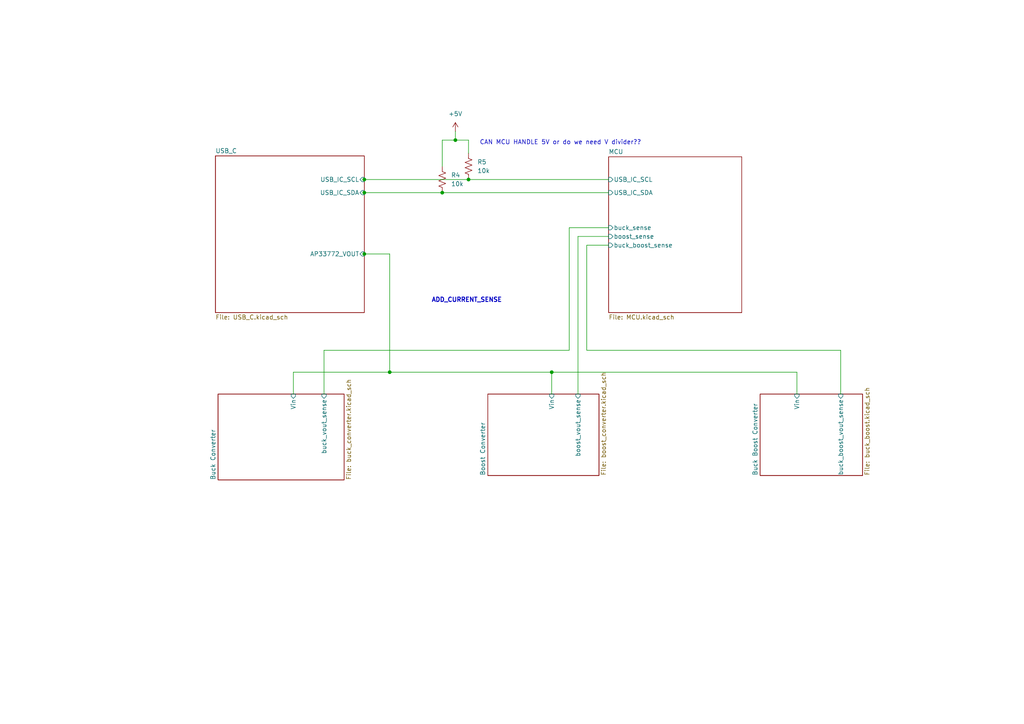
<source format=kicad_sch>
(kicad_sch (version 20250114) (generator "eeschema") (generator_version "9.0")
  (paper "A4")
  (lib_symbols
    (symbol "Device:R_US" (pin_numbers (hide yes)) (pin_names (offset 0))
      (property "Reference" "R" (at 2.54 0 90))
      (property "Value" "R_US" (at -2.54 0 90))
      (symbol "R_US_0_1"
        (polyline (pts (xy 0 2.286) (xy 0 2.54)))
        (polyline (pts (xy 0 2.286) (xy 1.016 1.905) (xy 0 1.524) (xy -1.016 1.143) (xy 0 0.762)))
        (polyline (pts (xy 0 0.762) (xy 1.016 0.381) (xy 0 0) (xy -1.016 -0.381) (xy 0 -0.762)))
        (polyline (pts (xy 0 -0.762) (xy 1.016 -1.143) (xy 0 -1.524) (xy -1.016 -1.905) (xy 0 -2.286)))
        (polyline (pts (xy 0 -2.286) (xy 0 -2.54)))
      )
      (symbol "R_US_1_1"
        (pin passive line (at 0 3.81 270) (length 1.27) (name "~") (number "1"))
        (pin passive line (at 0 -3.81 90) (length 1.27) (name "~") (number "2"))
      )
    )
    (symbol "power:+5V" (power) (pin_numbers (hide yes)) (pin_names (offset 0) (hide yes))
      (property "Value" "+5V" (at 0 3.556 0))
      (symbol "+5V_0_1"
        (polyline (pts (xy -0.762 1.27) (xy 0 2.54)))
        (polyline (pts (xy 0 2.54) (xy 0.762 1.27)))
        (polyline (pts (xy 0 0) (xy 0 2.54)))
      )
      (symbol "+5V_1_1"
        (pin power_in line (at 0 0 90) (length 0) (name "~") (number "1"))
      )
    )
  )
  (text "CAN MCU HANDLE 5V or do we need V divider??\n" (at 162.56 41.402 0) (effects (font (size 1.27 1.27))))
  (text "ADD_CURRENT_SENSE\n" (at 135.382 87.122 0) (effects (font (size 1.27 1.27) (thickness 0.254) (bold yes))))
  (junction (at 113.03 107.95))
  (junction (at 132.08 40.64))
  (junction (at 105.664 52.07))
  (junction (at 105.664 73.66))
  (junction (at 135.89 52.07))
  (junction (at 160.02 107.95))
  (junction (at 105.664 55.88))
  (junction (at 128.27 55.88))
  (wire (pts (xy 128.27 40.64) (xy 132.08 40.64)))
  (wire (pts (xy 167.64 114.3) (xy 167.64 68.58)))
  (wire (pts (xy 105.41 55.88) (xy 105.664 55.88)))
  (wire (pts (xy 165.1 66.04) (xy 176.53 66.04)))
  (wire (pts (xy 93.98 114.3) (xy 93.98 101.6)))
  (wire (pts (xy 113.03 73.66) (xy 113.03 107.95)))
  (wire (pts (xy 85.09 107.95) (xy 113.03 107.95)))
  (wire (pts (xy 128.27 55.88) (xy 176.53 55.88)))
  (wire (pts (xy 105.664 73.66) (xy 113.03 73.66)))
  (wire (pts (xy 132.08 40.64) (xy 135.89 40.64)))
  (wire (pts (xy 105.41 52.07) (xy 105.664 52.07)))
  (wire (pts (xy 105.41 73.66) (xy 105.664 73.66)))
  (wire (pts (xy 167.64 68.58) (xy 176.53 68.58)))
  (wire (pts (xy 243.84 114.3) (xy 243.84 101.6)))
  (wire (pts (xy 128.27 48.26) (xy 128.27 40.64)))
  (wire (pts (xy 170.18 71.12) (xy 176.53 71.12)))
  (wire (pts (xy 170.18 101.6) (xy 170.18 71.12)))
  (wire (pts (xy 85.09 114.3) (xy 85.09 107.95)))
  (wire (pts (xy 231.14 107.95) (xy 231.14 114.3)))
  (wire (pts (xy 93.98 101.6) (xy 165.1 101.6)))
  (wire (pts (xy 231.14 107.95) (xy 160.02 107.95)))
  (wire (pts (xy 243.84 101.6) (xy 170.18 101.6)))
  (wire (pts (xy 132.08 38.1) (xy 132.08 40.64)))
  (wire (pts (xy 160.02 107.95) (xy 160.02 114.3)))
  (wire (pts (xy 105.664 55.88) (xy 128.27 55.88)))
  (wire (pts (xy 165.1 101.6) (xy 165.1 66.04)))
  (wire (pts (xy 105.664 52.07) (xy 135.89 52.07)))
  (wire (pts (xy 135.89 52.07) (xy 176.53 52.07)))
  (wire (pts (xy 135.89 40.64) (xy 135.89 44.45)))
  (wire (pts (xy 160.02 107.95) (xy 113.03 107.95)))
  (symbol (lib_id "power:+5V") (at 132.08 38.1 0) (unit 1)
    (property "Reference" "#PWR012" (effects (hide yes)))
    (property "Value" "+5V" (at 132.08 33.02 0))
    (property "Description" "Power symbol creates a global label with name \"+5V\"" (effects (hide yes)))
  )
  (symbol (lib_id "Device:R_US") (at 135.89 48.26 0) (unit 1)
    (property "Reference" "R5" (at 138.43 46.9899 0) (effects (justify left)))
    (property "Value" "10k" (at 138.43 49.5299 0) (effects (justify left)))
    (property "Description" "Resistor, US symbol" (effects (hide yes)))
  )
  (symbol (lib_id "Device:R_US") (at 128.27 52.07 0) (unit 1)
    (property "Reference" "R4" (at 130.81 50.7999 0) (effects (justify left)))
    (property "Value" "10k" (at 130.81 53.3399 0) (effects (justify left)))
    (property "Description" "Resistor, US symbol" (effects (hide yes)))
  )
  (sheet (at 63.246 114.3) (size 36.576 24.892) (stroke (width 0.1524))
    (property "Sheetname" "Buck Converter" (at 62.5344 139.192 90) (effects (justify left bottom)))
    (property "Sheetfile" "buck_converter.kicad_sch" (at 100.4066 139.192 90) (effects (justify left top)))
    (pin "Vin" input (at 85.09 114.3 90))
    (pin "buck_vout_sense" input (at 93.98 114.3 90))
  )
  (sheet (at 220.472 114.3) (size 29.718 23.622) (stroke (width 0.1524))
    (property "Sheetname" "Buck Boost Converter" (at 219.7604 137.922 90) (effects (justify left bottom)))
    (property "Sheetfile" "buck_boost.kicad_sch" (at 250.7746 137.922 90) (effects (justify left top)))
    (pin "buck_boost_vout_sense" input (at 243.84 114.3 90))
    (pin "Vin" input (at 231.14 114.3 90))
  )
  (sheet (at 176.53 45.466) (size 38.608 45.212) (stroke (width 0.1524))
    (property "Sheetname" "MCU" (at 176.53 44.7544 0) (effects (justify left bottom)))
    (property "Sheetfile" "MCU.kicad_sch" (at 176.53 91.2626 0) (effects (justify left top)))
    (pin "USB_IC_SCL" input (at 176.53 52.07 180))
    (pin "USB_IC_SDA" input (at 176.53 55.88 180))
    (pin "boost_sense" input (at 176.53 68.58 180))
    (pin "buck_boost_sense" input (at 176.53 71.12 180))
    (pin "buck_sense" input (at 176.53 66.04 180))
  )
  (sheet (at 141.478 114.3) (size 32.258 23.622) (stroke (width 0.1524))
    (property "Sheetname" "Boost Converter" (at 140.7664 137.922 90) (effects (justify left bottom)))
    (property "Sheetfile" "boost_converter.kicad_sch" (at 174.3206 137.922 90) (effects (justify left top)))
    (pin "boost_vout_sense" input (at 167.64 114.3 90))
    (pin "Vin" input (at 160.02 114.3 90))
  )
  (sheet (at 62.484 45.212) (size 43.18 45.466) (stroke (width 0.1524))
    (property "Sheetname" "USB_C" (at 62.484 44.5004 0) (effects (justify left bottom)))
    (property "Sheetfile" "USB_C.kicad_sch" (at 62.484 91.2626 0) (effects (justify left top)))
    (pin "USB_IC_SCL" input (at 105.664 52.07 0))
    (pin "USB_IC_SDA" input (at 105.664 55.88 0))
    (pin "AP33772_VOUT" input (at 105.664 73.66 0))
  )
)
</source>
